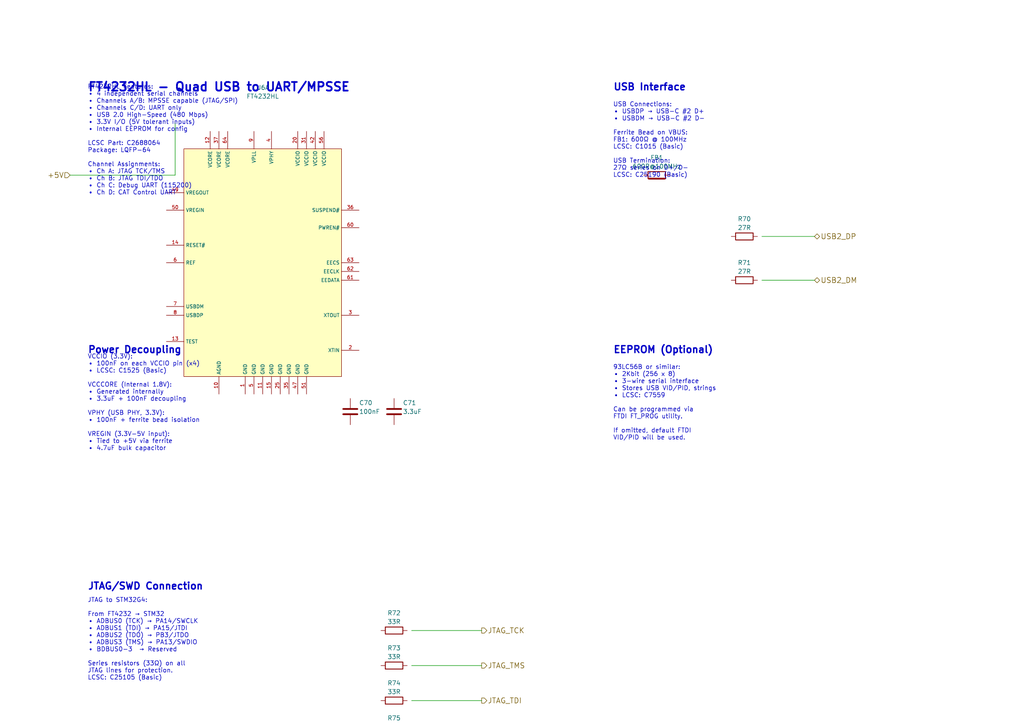
<source format=kicad_sch>
(kicad_sch (version 20231120) (generator "eeschema") (generator_version "8.0")
  (paper "A4")
  (lib_symbols
    (symbol "FT4232HL:FT4232HL-Reel"
      (property "Reference" "U" (at 0 1.27 0))
      (property "Value" "FT4232HL-Reel" (at 0 -2.54 0))
      (symbol "FT4232HL-Reel_1_1"
        (rectangle (start -22.86 33.02) (end 22.86 -33.02) (fill (type background)))
        (pin output line (at 27.94 15.24 180) (length 5.08) (name "SUSPEND#") (number "36"))
        (pin output line (at 27.94 10.16 180) (length 5.08) (name "PWREN#") (number "60"))
        (pin power_in line (at 7.62 -38.1 90) (length 5.08) (name "GND") (number "35"))
        (pin power_in line (at 5.08 -38.1 90) (length 5.08) (name "GND") (number "25"))
        (pin power_in line (at 2.54 -38.1 90) (length 5.08) (name "GND") (number "15"))
        (pin power_in line (at 0.0 -38.1 90) (length 5.08) (name "GND") (number "11"))
        (pin power_in line (at -12.7 -38.1 90) (length 5.08) (name "AGND") (number "10"))
        (pin power_in line (at 12.7 38.1 270) (length 5.08) (name "VCCIO") (number "31"))
        (pin power_in line (at 10.16 38.1 270) (length 5.08) (name "VCCIO") (number "20"))
        (pin power_in line (at -10.16 38.1 270) (length 5.08) (name "VCORE") (number "64"))
        (pin power_in line (at -12.7 38.1 270) (length 5.08) (name "VCORE") (number "37"))
        (pin power_in line (at -2.54 38.1 270) (length 5.08) (name "VPLL") (number "9"))
        (pin unspecified line (at -27.94 15.24 0) (length 5.08) (name "VREGIN") (number "50"))
        (pin input line (at -27.94 -12.7 0) (length 5.08) (name "USBDM") (number "7"))
        (pin input line (at -27.94 -15.24 0) (length 5.08) (name "USBDP") (number "8"))
        (pin input line (at -27.94 0.0 0) (length 5.08) (name "REF") (number "6"))
        (pin input line (at -27.94 5.08 0) (length 5.08) (name "RESET#") (number "14"))
        (pin input line (at 27.94 -25.4 180) (length 5.08) (name "XTIN") (number "2"))
        (pin output line (at 27.94 -15.24 180) (length 5.08) (name "XTOUT") (number "3"))
        (pin unspecified line (at 27.94 0.0 180) (length 5.08) (name "EECS") (number "63"))
        (pin output line (at 27.94 -2.54 180) (length 5.08) (name "EECLK") (number "62"))
        (pin unspecified line (at 27.94 -5.08 180) (length 5.08) (name "EEDATA") (number "61"))
        (pin input line (at -27.94 -22.86 0) (length 5.08) (name "TEST") (number "13"))
        (pin power_in line (at -2.54 -38.1 90) (length 5.08) (name "GND") (number "5"))
        (pin power_in line (at -5.08 -38.1 90) (length 5.08) (name "GND") (number "1"))
        (pin power_in line (at 10.16 -38.1 90) (length 5.08) (name "GND") (number "47"))
        (pin power_in line (at 12.7 -38.1 90) (length 5.08) (name "GND") (number "51"))
        (pin power_in line (at 15.24 38.1 270) (length 5.08) (name "VCCIO") (number "42"))
        (pin power_in line (at 17.78 38.1 270) (length 5.08) (name "VCCIO") (number "56"))
        (pin power_in line (at -15.24 38.1 270) (length 5.08) (name "VCORE") (number "12"))
        (pin power_in line (at 2.54 38.1 270) (length 5.08) (name "VPHY") (number "4"))
        (pin output line (at -27.94 20.32 0) (length 5.08) (name "VREGOUT") (number "49"))
      )
      (symbol "FT4232HL-Reel_2_1"
        (rectangle (start -10.16 11.43) (end 5.08 -11.43) (fill (type background)))
        (pin unspecified line (at 10.16 8.89 180) (length 5.08) (name "DB0TXD") (number "16"))
        (pin unspecified line (at 10.16 6.35 180) (length 5.08) (name "DB1RXD") (number "17"))
        (pin unspecified line (at 10.16 3.81 180) (length 5.08) (name "DB2RTS") (number "18"))
        (pin unspecified line (at 10.16 1.27 180) (length 5.08) (name "DB3CTS") (number "19"))
        (pin unspecified line (at 10.16 -1.27 180) (length 5.08) (name "DB4DTR") (number "21"))
        (pin unspecified line (at 10.16 -3.81 180) (length 5.08) (name "DB5DSR") (number "22"))
        (pin unspecified line (at 10.16 -6.35 180) (length 5.08) (name "DB6DCD") (number "23"))
        (pin unspecified line (at 10.16 -8.89 180) (length 5.08) (name "DB7RI") (number "24"))
      )
    )
    (symbol "Device:R" (pin_numbers hide) (pin_names (offset 0))
      (property "Reference" "R" (at 2.032 0 90))
      (property "Value" "R" (at 0 0 90))
      (symbol "R_0_1"
        (rectangle (start -1.016 -2.54) (end 1.016 2.54) (stroke (width 0.254)))
      )
      (symbol "R_1_1"
        (pin passive line (at 0 3.81 270) (length 1.27) (name "~") (number "1"))
        (pin passive line (at 0 -3.81 90) (length 1.27) (name "~") (number "2"))
      )
    )
    (symbol "Device:C" (pin_numbers hide) (pin_names (offset 0.254))
      (property "Reference" "C" (at 0.635 2.54 0))
      (property "Value" "C" (at 0.635 -2.54 0))
      (symbol "C_0_1"
        (polyline (pts (xy -2.032 -0.762) (xy 2.032 -0.762)) (stroke (width 0.508)))
        (polyline (pts (xy -2.032 0.762) (xy 2.032 0.762)) (stroke (width 0.508)))
      )
      (symbol "C_1_1"
        (pin passive line (at 0 3.81 270) (length 2.794) (name "~") (number "1"))
        (pin passive line (at 0 -3.81 90) (length 2.794) (name "~") (number "2"))
      )
    )
    (symbol "Device:Ferrite_Bead" (pin_numbers hide) (pin_names (offset 1.016) hide)
      (property "Reference" "FB" (at -1.651 -0.762 90))
      (property "Value" "Ferrite_Bead" (at 1.651 0 90))
      (symbol "Ferrite_Bead_0_1"
        (rectangle (start -1.016 -2.54) (end 1.016 2.54) (stroke (width 0.254)))
        (polyline (pts (xy -1.016 2.286) (xy -1.016 -2.286)) (stroke (width 0.508)))
      )
      (symbol "Ferrite_Bead_1_1"
        (pin passive line (at 0 3.81 270) (length 1.27) (name "~") (number "1"))
        (pin passive line (at 0 -3.81 90) (length 1.27) (name "~") (number "2"))
      )
    )
  )
  (title_block (title "Debug Interface - FT4232H") (date "2024-12-24") (rev "1.0") (comment 1 "Quad USB-UART/JTAG Interface") (comment 2 "JLCPCB Part: C2688064"))
  (text "FT4232HL - Quad USB to UART/MPSSE" (at 25.4 25.4 0) (effects (font (size 2.5 2.5) bold) (justify left)))
  (text "FT4232HL Features:\n• 4 independent serial channels\n• Channels A/B: MPSSE capable (JTAG/SPI)\n• Channels C/D: UART only\n• USB 2.0 High-Speed (480 Mbps)\n• 3.3V I/O (5V tolerant inputs)\n• Internal EEPROM for config\n\nLCSC Part: C2688064\nPackage: LQFP-64\n\nChannel Assignments:\n• Ch A: JTAG TCK/TMS\n• Ch B: JTAG TDI/TDO\n• Ch C: Debug UART (115200)\n• Ch D: CAT Control UART" (at 25.4 40.64 0) (effects (font (size 1.27 1.27)) (justify left)))
  (text "USB Interface" (at 177.8 25.4 0) (effects (font (size 2 2) bold) (justify left)))
  (text "USB Connections:\n• USBDP → USB-C #2 D+\n• USBDM → USB-C #2 D-\n\nFerrite Bead on VBUS:\nFB1: 600Ω @ 100MHz\nLCSC: C1015 (Basic)\n\nUSB Termination:\n27Ω series on D+/D-\nLCSC: C25190 (Basic)" (at 177.8 40.64 0) (effects (font (size 1.27 1.27)) (justify left)))
  (symbol (lib_id "Device:R") (at 215.9 68.58 90) (unit 1)
    (property "Reference" "R70" (at 215.9 63.5 90))
    (property "Value" "27R" (at 215.9 66.04 90))
    (property "Footprint" "Resistor_SMD:R_0402_1005Metric" (effects hide))
    (property "LCSC" "C25190" (effects hide))
    (property "JLC_Basic" "Yes" (effects hide))
  )
  (symbol (lib_id "Device:R") (at 215.9 81.28 90) (unit 1)
    (property "Reference" "R71" (at 215.9 76.2 90))
    (property "Value" "27R" (at 215.9 78.74 90))
    (property "Footprint" "Resistor_SMD:R_0402_1005Metric" (effects hide))
    (property "LCSC" "C25190" (effects hide))
    (property "JLC_Basic" "Yes" (effects hide))
  )
  (symbol (lib_id "Device:Ferrite_Bead") (at 190.5 50.8 90) (unit 1)
    (property "Reference" "FB1" (at 190.5 45.72 90))
    (property "Value" "600R@100MHz" (at 190.5 48.26 90))
    (property "Footprint" "Inductor_SMD:L_0603_1608Metric" (effects hide))
    (property "LCSC" "C1015" (effects hide))
    (property "JLC_Basic" "Yes" (effects hide))
  )
  (text "Power Decoupling" (at 25.4 101.6 0) (effects (font (size 2 2) bold) (justify left)))
  (text "VCCIO (3.3V):\n• 100nF on each VCCIO pin (x4)\n• LCSC: C1525 (Basic)\n\nVCCCORE (Internal 1.8V):\n• Generated internally\n• 3.3uF + 100nF decoupling\n\nVPHY (USB PHY, 3.3V):\n• 100nF + ferrite bead isolation\n\nVREGIN (3.3V-5V input):\n• Tied to +5V via ferrite\n• 4.7uF bulk capacitor" (at 25.4 116.84 0) (effects (font (size 1.27 1.27)) (justify left)))
  (symbol (lib_id "Device:C") (at 101.6 119.38 0) (unit 1)
    (property "Reference" "C70" (at 104.14 116.84 0) (effects (justify left)))
    (property "Value" "100nF" (at 104.14 119.38 0) (effects (justify left)))
    (property "Footprint" "Capacitor_SMD:C_0402_1005Metric" (effects hide))
    (property "LCSC" "C1525" (effects hide))
    (property "JLC_Basic" "Yes" (effects hide))
  )
  (symbol (lib_id "Device:C") (at 114.3 119.38 0) (unit 1)
    (property "Reference" "C71" (at 116.84 116.84 0) (effects (justify left)))
    (property "Value" "3.3uF" (at 116.84 119.38 0) (effects (justify left)))
    (property "Footprint" "Capacitor_SMD:C_0402_1005Metric" (effects hide))
    (property "LCSC" "C42998" (effects hide))
  )
  (text "EEPROM (Optional)" (at 177.8 101.6 0) (effects (font (size 2 2) bold) (justify left)))
  (text "93LC56B or similar:\n• 2Kbit (256 x 8)\n• 3-wire serial interface\n• Stores USB VID/PID, strings\n• LCSC: C7559\n\nCan be programmed via\nFTDI FT_PROG utility.\n\nIf omitted, default FTDI\nVID/PID will be used." (at 177.8 116.84 0) (effects (font (size 1.27 1.27)) (justify left)))
  (text "JTAG/SWD Connection" (at 25.4 170.18 0) (effects (font (size 2 2) bold) (justify left)))
  (text "JTAG to STM32G4:\n\nFrom FT4232 → STM32\n• ADBUS0 (TCK) → PA14/SWCLK\n• ADBUS1 (TDI) → PA15/JTDI\n• ADBUS2 (TDO) → PB3/JTDO\n• ADBUS3 (TMS) → PA13/SWDIO\n• BDBUS0-3  → Reserved\n\nSeries resistors (33Ω) on all\nJTAG lines for protection.\nLCSC: C25105 (Basic)" (at 25.4 185.42 0) (effects (font (size 1.27 1.27)) (justify left)))
  (symbol (lib_id "Device:R") (at 114.3 182.88 90) (unit 1)
    (property "Reference" "R72" (at 114.3 177.8 90))
    (property "Value" "33R" (at 114.3 180.34 90))
    (property "Footprint" "Resistor_SMD:R_0402_1005Metric" (effects hide))
    (property "LCSC" "C25105" (effects hide))
    (property "JLC_Basic" "Yes" (effects hide))
  )
  (symbol (lib_id "Device:R") (at 114.3 193.04 90) (unit 1)
    (property "Reference" "R73" (at 114.3 187.96 90))
    (property "Value" "33R" (at 114.3 190.5 90))
    (property "Footprint" "Resistor_SMD:R_0402_1005Metric" (effects hide))
    (property "LCSC" "C25105" (effects hide))
    (property "JLC_Basic" "Yes" (effects hide))
  )
  (symbol (lib_id "Device:R") (at 114.3 203.2 90) (unit 1)
    (property "Reference" "R74" (at 114.3 198.12 90))
    (property "Value" "33R" (at 114.3 200.66 90))
    (property "Footprint" "Resistor_SMD:R_0402_1005Metric" (effects hide))
    (property "LCSC" "C25105" (effects hide))
    (property "JLC_Basic" "Yes" (effects hide))
  )
  (symbol (lib_id "Device:R") (at 114.3 213.36 90) (unit 1)
    (property "Reference" "R75" (at 114.3 208.28 90))
    (property "Value" "33R" (at 114.3 210.82 90))
    (property "Footprint" "Resistor_SMD:R_0402_1005Metric" (effects hide))
    (property "LCSC" "C25105" (effects hide))
    (property "JLC_Basic" "Yes" (effects hide))
  )
  (hierarchical_label "+5V" (shape input) (at 20.32 50.8 180) (effects (font (size 1.524 1.524))))
  (hierarchical_label "JTAG_TCK" (shape output) (at 139.7 182.88 0) (effects (font (size 1.524 1.524))))
  (hierarchical_label "JTAG_TMS" (shape output) (at 139.7 193.04 0) (effects (font (size 1.524 1.524))))
  (hierarchical_label "JTAG_TDI" (shape output) (at 139.7 203.2 0) (effects (font (size 1.524 1.524))))
  (hierarchical_label "JTAG_TDO" (shape input) (at 139.7 213.36 0) (effects (font (size 1.524 1.524))))
  (hierarchical_label "USB2_DP" (shape bidirectional) (at 236.22 68.58 0) (effects (font (size 1.524 1.524))))
  (hierarchical_label "USB2_DM" (shape bidirectional) (at 236.22 81.28 0) (effects (font (size 1.524 1.524))))
  (symbol (lib_id "FT4232HL:FT4232HL-Reel") (at 76.2 76.2 0) (unit 1)
    (property "Reference" "U6" (at 76.2 25.4 0))
    (property "Value" "FT4232HL" (at 76.2 27.94 0))
    (property "Footprint" "Package_QFP:LQFP-64_10x10mm_P0.5mm" (effects hide))
    (property "LCSC" "C2688064" (effects hide))
  )
  (wire (pts (xy 20.32 50.8) (xy 50.8 50.8)))
  (wire (pts (xy 50.8 50.8) (xy 50.8 35.56)))
  (wire (pts (xy 119.38 182.88) (xy 139.7 182.88)))
  (wire (pts (xy 119.38 193.04) (xy 139.7 193.04)))
  (wire (pts (xy 119.38 203.2) (xy 139.7 203.2)))
  (wire (pts (xy 119.38 213.36) (xy 139.7 213.36)))
  (wire (pts (xy 220.98 68.58) (xy 236.22 68.58)))
  (wire (pts (xy 220.98 81.28) (xy 236.22 81.28)))
)
</source>
